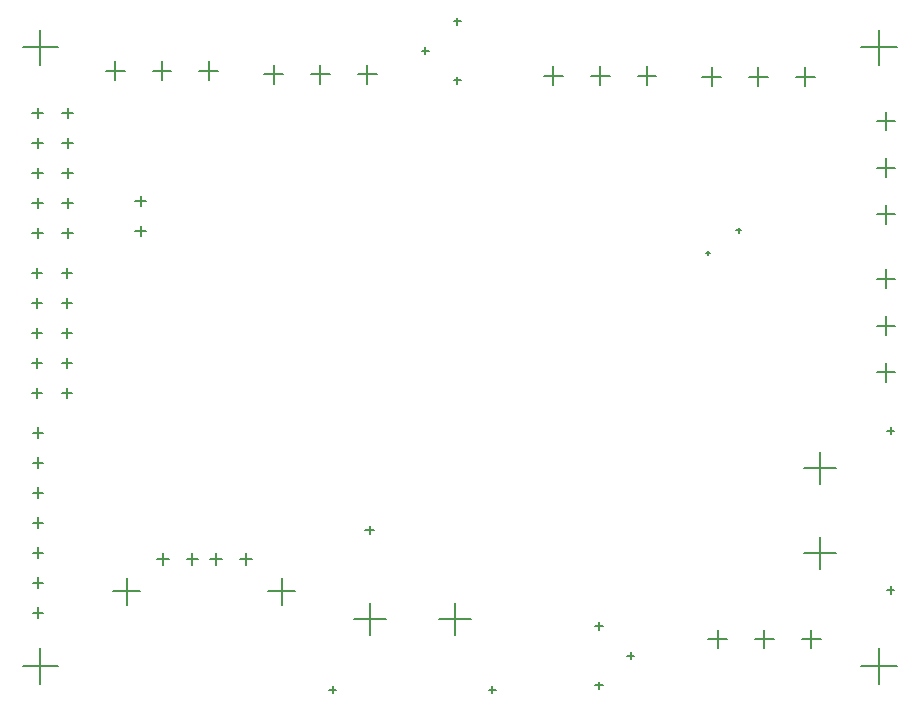
<source format=gbr>
%TF.GenerationSoftware,Altium Limited,Altium Designer,22.5.1 (42)*%
G04 Layer_Color=128*
%FSLAX44Y44*%
%MOMM*%
%TF.SameCoordinates,01627914-4FCA-44A5-8146-F6A238B5A28C*%
%TF.FilePolarity,Positive*%
%TF.FileFunction,Drillmap*%
%TF.Part,Single*%
G01*
G75*
%TA.AperFunction,NonConductor*%
%ADD95C,0.1270*%
D95*
X340000Y-262000D02*
X370000D01*
X355000Y-277000D02*
Y-247000D01*
X-370000Y262000D02*
X-340000D01*
X-355000Y247000D02*
Y277000D01*
X-370000Y-262000D02*
X-340000D01*
X-355000Y-277000D02*
Y-247000D01*
X340000Y262000D02*
X370000D01*
X355000Y247000D02*
Y277000D01*
X-274500Y106300D02*
X-265500D01*
X-270000Y101800D02*
Y110800D01*
X-274500Y131700D02*
X-265500D01*
X-270000Y127200D02*
Y136200D01*
X353000Y160000D02*
X369000D01*
X361000Y152000D02*
Y168000D01*
X353000Y120400D02*
X369000D01*
X361000Y112400D02*
Y128400D01*
X353000Y199600D02*
X369000D01*
X361000Y191600D02*
Y207600D01*
X111000Y238000D02*
X127000D01*
X119000Y230000D02*
Y246000D01*
X150600Y238000D02*
X166600D01*
X158600Y230000D02*
Y246000D01*
X71400Y238000D02*
X87400D01*
X79400Y230000D02*
Y246000D01*
X205400Y237000D02*
X221400D01*
X213400Y229000D02*
Y245000D01*
X284600Y237000D02*
X300600D01*
X292600Y229000D02*
Y245000D01*
X245000Y237000D02*
X261000D01*
X253000Y229000D02*
Y245000D01*
X353000Y66000D02*
X369000D01*
X361000Y58000D02*
Y74000D01*
X353000Y-13200D02*
X369000D01*
X361000Y-21200D02*
Y-5200D01*
X353000Y26400D02*
X369000D01*
X361000Y18400D02*
Y34400D01*
X250000Y-239000D02*
X266000D01*
X258000Y-247000D02*
Y-231000D01*
X210400Y-239000D02*
X226400D01*
X218400Y-247000D02*
Y-231000D01*
X289600Y-239000D02*
X305600D01*
X297600Y-247000D02*
Y-231000D01*
X-299600Y242000D02*
X-283600D01*
X-291600Y234000D02*
Y250000D01*
X-220400Y242000D02*
X-204400D01*
X-212400Y234000D02*
Y250000D01*
X-260000Y242000D02*
X-244000D01*
X-252000Y234000D02*
Y250000D01*
X-126000Y239000D02*
X-110000D01*
X-118000Y231000D02*
Y247000D01*
X-86400Y239000D02*
X-70400D01*
X-78400Y231000D02*
Y247000D01*
X-165600Y239000D02*
X-149600D01*
X-157600Y231000D02*
Y247000D01*
X-211200Y-171400D02*
X-201200D01*
X-206200Y-176400D02*
Y-166400D01*
X-186200Y-171400D02*
X-176200D01*
X-181200Y-176400D02*
Y-166400D01*
X-231200Y-171400D02*
X-221200D01*
X-226200Y-176400D02*
Y-166400D01*
X-256200Y-171400D02*
X-246200D01*
X-251200Y-176400D02*
Y-166400D01*
X-293400Y-198500D02*
X-270400D01*
X-281900Y-210000D02*
Y-187000D01*
X-162000Y-198500D02*
X-139000D01*
X-150500Y-210000D02*
Y-187000D01*
X-17500Y-222000D02*
X9500D01*
X-4000Y-235500D02*
Y-208500D01*
X-89500Y-222000D02*
X-62500D01*
X-76000Y-235500D02*
Y-208500D01*
X24500Y-282000D02*
X30500D01*
X27500Y-285000D02*
Y-279000D01*
X-110500Y-282000D02*
X-104500D01*
X-107500Y-285000D02*
Y-279000D01*
X142000Y-253000D02*
X148000D01*
X145000Y-256000D02*
Y-250000D01*
X115000Y-278000D02*
X121000D01*
X118000Y-281000D02*
Y-275000D01*
X115000Y-228000D02*
X121000D01*
X118000Y-231000D02*
Y-225000D01*
X291500Y-94000D02*
X318500D01*
X305000Y-107500D02*
Y-80500D01*
X291500Y-166000D02*
X318500D01*
X305000Y-179500D02*
Y-152500D01*
X362000Y-62500D02*
X368000D01*
X365000Y-65500D02*
Y-59500D01*
X362000Y-197500D02*
X368000D01*
X365000Y-200500D02*
Y-194500D01*
X-32000Y259000D02*
X-26000D01*
X-29000Y256000D02*
Y262000D01*
X-5000Y284000D02*
X1000D01*
X-2000Y281000D02*
Y287000D01*
X-5000Y234000D02*
X1000D01*
X-2000Y231000D02*
Y237000D01*
X-361500Y-89600D02*
X-352500D01*
X-357000Y-94100D02*
Y-85100D01*
X-361500Y-140400D02*
X-352500D01*
X-357000Y-144900D02*
Y-135900D01*
X-361500Y-216600D02*
X-352500D01*
X-357000Y-221100D02*
Y-212100D01*
X-361500Y-191200D02*
X-352500D01*
X-357000Y-195700D02*
Y-186700D01*
X-361500Y-165800D02*
X-352500D01*
X-357000Y-170300D02*
Y-161300D01*
X-361500Y-115000D02*
X-352500D01*
X-357000Y-119500D02*
Y-110500D01*
X-361500Y-64200D02*
X-352500D01*
X-357000Y-68700D02*
Y-59700D01*
X-362200Y70800D02*
X-353200D01*
X-357700Y66300D02*
Y75300D01*
X-336800Y70800D02*
X-327800D01*
X-332300Y66300D02*
Y75300D01*
X-362200Y20000D02*
X-353200D01*
X-357700Y15500D02*
Y24500D01*
X-336800Y20000D02*
X-327800D01*
X-332300Y15500D02*
Y24500D01*
X-362200Y-30800D02*
X-353200D01*
X-357700Y-35300D02*
Y-26300D01*
X-362200Y-5400D02*
X-353200D01*
X-357700Y-9900D02*
Y-900D01*
X-336800Y-5400D02*
X-327800D01*
X-332300Y-9900D02*
Y-900D01*
X-336800Y-30800D02*
X-327800D01*
X-332300Y-35300D02*
Y-26300D01*
X-336800Y45400D02*
X-327800D01*
X-332300Y40900D02*
Y49900D01*
X-362200Y45400D02*
X-353200D01*
X-357700Y40900D02*
Y49900D01*
X-361900Y181000D02*
X-352900D01*
X-357400Y176500D02*
Y185500D01*
X-336500Y181000D02*
X-327500D01*
X-332000Y176500D02*
Y185500D01*
X-336500Y104800D02*
X-327500D01*
X-332000Y100300D02*
Y109300D01*
X-336500Y130200D02*
X-327500D01*
X-332000Y125700D02*
Y134700D01*
X-361900Y130200D02*
X-352900D01*
X-357400Y125700D02*
Y134700D01*
X-361900Y104800D02*
X-352900D01*
X-357400Y100300D02*
Y109300D01*
X-336500Y155600D02*
X-327500D01*
X-332000Y151100D02*
Y160100D01*
X-361900Y155600D02*
X-352900D01*
X-357400Y151100D02*
Y160100D01*
X-336500Y206400D02*
X-327500D01*
X-332000Y201900D02*
Y210900D01*
X-361900Y206400D02*
X-352900D01*
X-357400Y201900D02*
Y210900D01*
X208250Y87750D02*
X212250D01*
X210250Y85750D02*
Y89750D01*
X-79848Y-146833D02*
X-72736D01*
X-76292Y-150389D02*
Y-143277D01*
X234250Y107000D02*
X238250D01*
X236250Y105000D02*
Y109000D01*
%TF.MD5,d50707b6e38769e08c2947c3366d09f4*%
M02*

</source>
